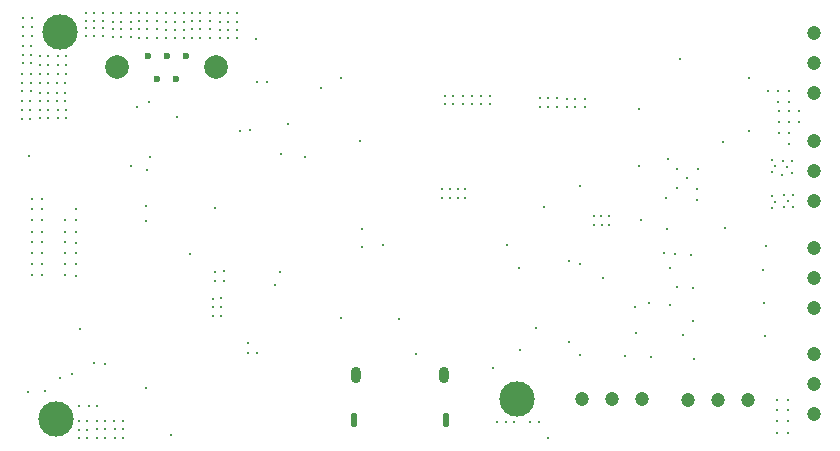
<source format=gbr>
%TF.GenerationSoftware,Altium Limited,Altium Designer,25.4.2 (15)*%
G04 Layer_Color=0*
%FSLAX45Y45*%
%MOMM*%
%TF.SameCoordinates,9A986A7D-484F-4AC0-AE4B-942BB78B8B2C*%
%TF.FilePolarity,Positive*%
%TF.FileFunction,Plated,1,4,PTH,Drill*%
%TF.Part,Single*%
G01*
G75*
%TA.AperFunction,ComponentDrill*%
%ADD89C,1.20000*%
%ADD91C,1.20000*%
%ADD92O,0.55000X1.30000*%
%ADD93O,0.85000X1.40000*%
%ADD94C,2.00000*%
%ADD95C,0.60000*%
%ADD96C,3.00000*%
%TA.AperFunction,ViaDrill,NotFilled*%
%ADD97C,0.30000*%
D89*
X13449699Y7937500D02*
D03*
Y7683500D02*
D03*
Y7429500D02*
D03*
Y6527800D02*
D03*
Y6781800D02*
D03*
Y7035800D02*
D03*
Y5626100D02*
D03*
Y5880100D02*
D03*
Y6134100D02*
D03*
Y8343500D02*
D03*
Y8597500D02*
D03*
Y8851500D02*
D03*
D91*
X12389000Y5746300D02*
D03*
X12643000D02*
D03*
X12897000D02*
D03*
X11487700Y5757000D02*
D03*
X11741700D02*
D03*
X11995700D02*
D03*
D92*
X10337472Y5579988D02*
D03*
X9562471D02*
D03*
D93*
X10322471Y5959988D02*
D03*
X9577472D02*
D03*
D94*
X7554341Y8564610D02*
D03*
X8394341D02*
D03*
D95*
X7814341Y8654610D02*
D03*
X7894341Y8464610D02*
D03*
X7974341Y8654610D02*
D03*
X8054341Y8464610D02*
D03*
X8134341Y8654610D02*
D03*
D96*
X7072500Y8858500D02*
D03*
X7037500Y5583500D02*
D03*
X10935300Y5758500D02*
D03*
D97*
X7823258Y8270000D02*
D03*
X8055740Y8145740D02*
D03*
X13100000Y7675000D02*
D03*
Y7775000D02*
D03*
X13125000Y7725000D02*
D03*
X13125000Y7425000D02*
D03*
X13100000Y7475000D02*
D03*
Y7375000D02*
D03*
X13275000Y7477957D02*
D03*
Y7377957D02*
D03*
X13195000D02*
D03*
X13235001Y7427956D02*
D03*
X13195000Y7477957D02*
D03*
X13220905Y7714969D02*
D03*
X13180000Y7650000D02*
D03*
X13270000Y7770000D02*
D03*
X13189999D02*
D03*
X13270000Y7670000D02*
D03*
X8010000Y5450000D02*
D03*
X9446744Y6438582D02*
D03*
X10086744Y6138582D02*
D03*
X12342043Y6300000D02*
D03*
X11970000Y7730000D02*
D03*
Y8210000D02*
D03*
X7798639Y7265502D02*
D03*
X7800000Y7390000D02*
D03*
X7810000Y7690000D02*
D03*
X7830000Y7800000D02*
D03*
X10956744Y6860549D02*
D03*
X11046855Y5562446D02*
D03*
X11126855D02*
D03*
X11200000Y5420000D02*
D03*
X10916855Y5562446D02*
D03*
X10766855D02*
D03*
X10846855D02*
D03*
X7600000Y5570000D02*
D03*
X6830000Y7080000D02*
D03*
Y6990000D02*
D03*
Y6900000D02*
D03*
Y6800000D02*
D03*
X6920000Y7080000D02*
D03*
Y6990000D02*
D03*
Y6900000D02*
D03*
Y6800000D02*
D03*
X7110000Y7080000D02*
D03*
Y6990000D02*
D03*
Y6900000D02*
D03*
Y6800000D02*
D03*
X7206334Y6799079D02*
D03*
Y6899079D02*
D03*
Y6989079D02*
D03*
Y7079079D02*
D03*
Y7359078D02*
D03*
Y7269078D02*
D03*
Y7169079D02*
D03*
X7110000Y7170000D02*
D03*
Y7270000D02*
D03*
X6920000Y7170000D02*
D03*
Y7270000D02*
D03*
Y7360000D02*
D03*
Y7450000D02*
D03*
X6830000Y7170000D02*
D03*
Y7270000D02*
D03*
Y7360000D02*
D03*
Y7450000D02*
D03*
X8363669Y6602858D02*
D03*
Y6452858D02*
D03*
Y6532858D02*
D03*
X8436115Y6536003D02*
D03*
Y6606003D02*
D03*
Y6456003D02*
D03*
X8383670Y6752858D02*
D03*
Y6832858D02*
D03*
X8456115Y6836003D02*
D03*
Y6756003D02*
D03*
X7232684Y5691635D02*
D03*
X7382684D02*
D03*
X7312684D02*
D03*
X7300000Y5490000D02*
D03*
Y5420000D02*
D03*
X7230000D02*
D03*
Y5490000D02*
D03*
X7300000Y5570000D02*
D03*
X7230000D02*
D03*
X7450000D02*
D03*
X7380000D02*
D03*
X7530000D02*
D03*
X7533145Y5497554D02*
D03*
Y5427554D02*
D03*
X7603145D02*
D03*
Y5497554D02*
D03*
X7383145D02*
D03*
Y5427554D02*
D03*
X7453145D02*
D03*
Y5497554D02*
D03*
X6969041Y8204803D02*
D03*
Y8134803D02*
D03*
X6899041D02*
D03*
Y8204803D02*
D03*
X7119041D02*
D03*
Y8134803D02*
D03*
X7049041D02*
D03*
Y8204803D02*
D03*
X7120000Y8580000D02*
D03*
Y8510000D02*
D03*
X7050000D02*
D03*
Y8580000D02*
D03*
X7120000Y8660000D02*
D03*
X7050000D02*
D03*
X7045896Y8427249D02*
D03*
X7115896D02*
D03*
X7045896Y8347249D02*
D03*
Y8277249D02*
D03*
X7115896D02*
D03*
Y8347249D02*
D03*
X6970000Y8580000D02*
D03*
Y8510000D02*
D03*
X6900000D02*
D03*
Y8580000D02*
D03*
X6970000Y8660000D02*
D03*
X6900000D02*
D03*
X6895896Y8427249D02*
D03*
X6965896D02*
D03*
X6895896Y8347249D02*
D03*
Y8277249D02*
D03*
X6965896D02*
D03*
Y8347249D02*
D03*
X6820000Y8430000D02*
D03*
Y8360000D02*
D03*
X6750000D02*
D03*
Y8430000D02*
D03*
X6820000Y8510000D02*
D03*
X6750000D02*
D03*
X6745896Y8277249D02*
D03*
X6815896D02*
D03*
X6745896Y8197249D02*
D03*
Y8127249D02*
D03*
X6815896D02*
D03*
Y8197249D02*
D03*
X6830000Y8900000D02*
D03*
Y8830000D02*
D03*
X6760000D02*
D03*
Y8900000D02*
D03*
X6830000Y8980000D02*
D03*
X6760000D02*
D03*
X6755896Y8747249D02*
D03*
X6825896D02*
D03*
X6755896Y8667249D02*
D03*
Y8597249D02*
D03*
X6825896D02*
D03*
Y8667249D02*
D03*
X7590000Y8820000D02*
D03*
X7520000D02*
D03*
Y8890000D02*
D03*
X7590000D02*
D03*
X7670000Y8820000D02*
D03*
Y8890000D02*
D03*
X7437249Y8894104D02*
D03*
Y8824104D02*
D03*
X7357249Y8894104D02*
D03*
X7287249D02*
D03*
Y8824104D02*
D03*
X7357249D02*
D03*
X7590000Y8950000D02*
D03*
X7520000D02*
D03*
Y9020000D02*
D03*
X7590000D02*
D03*
X7670000Y8950000D02*
D03*
Y9020000D02*
D03*
X7437249Y9024104D02*
D03*
Y8954104D02*
D03*
X7357249Y9024104D02*
D03*
X7287249D02*
D03*
Y8954104D02*
D03*
X7357249D02*
D03*
X8040000Y8810000D02*
D03*
X7970000D02*
D03*
Y8880000D02*
D03*
X8040000D02*
D03*
X8120000Y8810000D02*
D03*
Y8880000D02*
D03*
X7887249Y8884104D02*
D03*
Y8814104D02*
D03*
X7807249Y8884104D02*
D03*
X7737249D02*
D03*
Y8814104D02*
D03*
X7807249D02*
D03*
X8040000Y8950000D02*
D03*
X7970000D02*
D03*
Y9020000D02*
D03*
X8040000D02*
D03*
X8120000Y8950000D02*
D03*
Y9020000D02*
D03*
X7887249Y9024104D02*
D03*
Y8954104D02*
D03*
X7807249Y9024104D02*
D03*
X7737249D02*
D03*
Y8954104D02*
D03*
X7807249D02*
D03*
X8490000Y8950000D02*
D03*
X8420000D02*
D03*
Y9020000D02*
D03*
X8490000D02*
D03*
X8570000Y8950000D02*
D03*
Y9020000D02*
D03*
X8337249Y9024104D02*
D03*
Y8954104D02*
D03*
X8257249Y9024104D02*
D03*
X8187249D02*
D03*
Y8954104D02*
D03*
X8257249D02*
D03*
X8490000Y8810000D02*
D03*
X8420000D02*
D03*
Y8880000D02*
D03*
X8490000D02*
D03*
X8570000Y8810000D02*
D03*
Y8880000D02*
D03*
X8337249Y8884104D02*
D03*
Y8814104D02*
D03*
X8257249Y8884104D02*
D03*
X8187249D02*
D03*
Y8814104D02*
D03*
X8257249D02*
D03*
X13239999Y8360000D02*
D03*
X13150000D02*
D03*
X13060001D02*
D03*
X13239999Y8270000D02*
D03*
X13150000D02*
D03*
X13160001Y8010000D02*
D03*
Y8100000D02*
D03*
Y8190000D02*
D03*
X13330000Y8100000D02*
D03*
Y8190000D02*
D03*
X13239999Y7910000D02*
D03*
Y8010000D02*
D03*
Y8100000D02*
D03*
Y8190000D02*
D03*
X13230000Y5470000D02*
D03*
Y5570000D02*
D03*
Y5660000D02*
D03*
Y5750000D02*
D03*
X13139999Y5470000D02*
D03*
Y5570000D02*
D03*
Y5660000D02*
D03*
Y5750000D02*
D03*
X8740000Y6140000D02*
D03*
X8660000D02*
D03*
Y6230000D02*
D03*
X7070000Y5930000D02*
D03*
X8382043Y7370000D02*
D03*
X10370000Y7530000D02*
D03*
X10440000D02*
D03*
X10500000D02*
D03*
Y7460000D02*
D03*
X10440000D02*
D03*
X10300000D02*
D03*
X10370000D02*
D03*
X10300000Y7530000D02*
D03*
X12230000Y6860000D02*
D03*
X11943910Y6317342D02*
D03*
X8890000Y6720000D02*
D03*
X8927956Y6830000D02*
D03*
X9803179Y7058150D02*
D03*
X8940000Y7830000D02*
D03*
X8820000Y8440000D02*
D03*
X8680000Y8030000D02*
D03*
X7720000Y8230000D02*
D03*
X7670000Y7730000D02*
D03*
X7450000Y6050000D02*
D03*
X11380000Y6240000D02*
D03*
X11986090Y7267342D02*
D03*
X7360000Y6060000D02*
D03*
X7240000Y6350000D02*
D03*
X12200000Y7460000D02*
D03*
X10400000Y8250000D02*
D03*
X10330000D02*
D03*
Y8320000D02*
D03*
X10400000D02*
D03*
X10480000Y8250000D02*
D03*
Y8320000D02*
D03*
X10630000Y8250000D02*
D03*
X10560000D02*
D03*
Y8320000D02*
D03*
X10630000D02*
D03*
X10710000Y8250000D02*
D03*
Y8320000D02*
D03*
X11200000Y8230000D02*
D03*
X11130000D02*
D03*
Y8300000D02*
D03*
X11200000D02*
D03*
X11280000Y8230000D02*
D03*
Y8300000D02*
D03*
X11512751Y8295896D02*
D03*
Y8225896D02*
D03*
X11432752Y8295896D02*
D03*
X11362751D02*
D03*
Y8225896D02*
D03*
X11432752D02*
D03*
X9610000Y7940000D02*
D03*
X9450000Y8470000D02*
D03*
X9280000Y8390000D02*
D03*
X9141400Y7803231D02*
D03*
X9000000Y8080000D02*
D03*
X11470000Y7560000D02*
D03*
X11170000Y7380000D02*
D03*
X11377805Y6925571D02*
D03*
X10850000Y7060000D02*
D03*
X11660000Y7230000D02*
D03*
X11590000D02*
D03*
Y7300000D02*
D03*
X11650000D02*
D03*
X11720000Y7230000D02*
D03*
Y7300000D02*
D03*
X12320000Y8630000D02*
D03*
X12900000Y8470000D02*
D03*
Y8020000D02*
D03*
X12680000Y7930000D02*
D03*
X12379300Y7622700D02*
D03*
X12460000Y7530000D02*
D03*
X12290000Y7540000D02*
D03*
X12470000Y7700000D02*
D03*
X12290000D02*
D03*
X12220000Y7790000D02*
D03*
X13039999Y6290000D02*
D03*
X13030000Y6570000D02*
D03*
X13019701Y6849700D02*
D03*
X13050000Y7050000D02*
D03*
X12439216Y6090000D02*
D03*
X12180000Y6990000D02*
D03*
X12410000Y6970000D02*
D03*
X12430000Y6690000D02*
D03*
X12430240Y6416371D02*
D03*
X12290000Y6700000D02*
D03*
X11940000Y6530000D02*
D03*
X12060000Y6570000D02*
D03*
X12070000Y6110000D02*
D03*
X11850000Y6120000D02*
D03*
X11470000Y6130000D02*
D03*
X11100400Y6359600D02*
D03*
X10960000Y6170000D02*
D03*
X8730000Y8800000D02*
D03*
X9940900Y6430300D02*
D03*
X9630000Y7190000D02*
D03*
Y7040000D02*
D03*
X6810000Y7810000D02*
D03*
X6940000Y5820000D02*
D03*
X6800000Y5810000D02*
D03*
X7170000Y5965400D02*
D03*
X8740000Y8440000D02*
D03*
X8590000Y8020000D02*
D03*
X11470000Y6900000D02*
D03*
X12700000Y7200000D02*
D03*
X12463648Y7438877D02*
D03*
X12280000Y6980000D02*
D03*
X11670000Y6780000D02*
D03*
X12230000Y6550000D02*
D03*
X12210000Y7190000D02*
D03*
X7800000Y5850000D02*
D03*
X10738497Y6020498D02*
D03*
X8170000Y6980000D02*
D03*
%TF.MD5,a900a85a88b1c87e550a602296f8c47b*%
M02*

</source>
